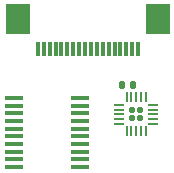
<source format=gbr>
%TF.GenerationSoftware,KiCad,Pcbnew,7.0.9-7.0.9~ubuntu22.04.1*%
%TF.CreationDate,2023-12-30T14:54:31+00:00*%
%TF.ProjectId,COM_MOD,434f4d5f-4d4f-4442-9e6b-696361645f70,1.0*%
%TF.SameCoordinates,Original*%
%TF.FileFunction,Paste,Top*%
%TF.FilePolarity,Positive*%
%FSLAX46Y46*%
G04 Gerber Fmt 4.6, Leading zero omitted, Abs format (unit mm)*
G04 Created by KiCad (PCBNEW 7.0.9-7.0.9~ubuntu22.04.1) date 2023-12-30 14:54:31*
%MOMM*%
%LPD*%
G01*
G04 APERTURE LIST*
G04 Aperture macros list*
%AMRoundRect*
0 Rectangle with rounded corners*
0 $1 Rounding radius*
0 $2 $3 $4 $5 $6 $7 $8 $9 X,Y pos of 4 corners*
0 Add a 4 corners polygon primitive as box body*
4,1,4,$2,$3,$4,$5,$6,$7,$8,$9,$2,$3,0*
0 Add four circle primitives for the rounded corners*
1,1,$1+$1,$2,$3*
1,1,$1+$1,$4,$5*
1,1,$1+$1,$6,$7*
1,1,$1+$1,$8,$9*
0 Add four rect primitives between the rounded corners*
20,1,$1+$1,$2,$3,$4,$5,0*
20,1,$1+$1,$4,$5,$6,$7,0*
20,1,$1+$1,$6,$7,$8,$9,0*
20,1,$1+$1,$8,$9,$2,$3,0*%
G04 Aperture macros list end*
%ADD10RoundRect,0.125000X-0.125000X0.125000X-0.125000X-0.125000X0.125000X-0.125000X0.125000X0.125000X0*%
%ADD11RoundRect,0.050000X-0.050000X0.375000X-0.050000X-0.375000X0.050000X-0.375000X0.050000X0.375000X0*%
%ADD12RoundRect,0.050000X-0.375000X0.050000X-0.375000X-0.050000X0.375000X-0.050000X0.375000X0.050000X0*%
%ADD13RoundRect,0.140000X0.140000X0.170000X-0.140000X0.170000X-0.140000X-0.170000X0.140000X-0.170000X0*%
%ADD14R,0.300000X1.250000*%
%ADD15R,2.000000X2.500000*%
%ADD16R,1.600000X0.300000*%
G04 APERTURE END LIST*
D10*
%TO.C,U1*%
X34420000Y-33360000D03*
X33720000Y-33360000D03*
X34420000Y-34060000D03*
X33720000Y-34060000D03*
D11*
X34870000Y-32260000D03*
X34470000Y-32260000D03*
X34070000Y-32260000D03*
X33670000Y-32260000D03*
X33270000Y-32260000D03*
D12*
X32620000Y-32910000D03*
X32620000Y-33310000D03*
X32620000Y-33710000D03*
X32620000Y-34110000D03*
X32620000Y-34510000D03*
D11*
X33270000Y-35160000D03*
X33670000Y-35160000D03*
X34070000Y-35160000D03*
X34470000Y-35160000D03*
X34870000Y-35160000D03*
D12*
X35520000Y-34510000D03*
X35520000Y-34110000D03*
X35520000Y-33710000D03*
X35520000Y-33310000D03*
X35520000Y-32910000D03*
%TD*%
D13*
%TO.C,C1*%
X33840000Y-31190000D03*
X32880000Y-31190000D03*
%TD*%
D14*
%TO.C,J10*%
X34250001Y-28175000D03*
X33750001Y-28175000D03*
X33250001Y-28175000D03*
X32750001Y-28175000D03*
X32250001Y-28175000D03*
X31750001Y-28175000D03*
X31250001Y-28175000D03*
X30750001Y-28175000D03*
X30250001Y-28175000D03*
X29750001Y-28175000D03*
X29250001Y-28175000D03*
X28750001Y-28175000D03*
X28250001Y-28175000D03*
X27750001Y-28175000D03*
X27250001Y-28175000D03*
X26750001Y-28175000D03*
X26250001Y-28175000D03*
X25750001Y-28175000D03*
D15*
X35940001Y-25600000D03*
X24060001Y-25600000D03*
%TD*%
D16*
%TO.C,U2*%
X23700001Y-32325000D03*
X23700001Y-32975000D03*
X23700001Y-33625000D03*
X23700001Y-34275000D03*
X23700001Y-34925000D03*
X23700001Y-35575000D03*
X23700001Y-36225000D03*
X23700001Y-36875000D03*
X23700001Y-37525000D03*
X23700001Y-38175000D03*
X29300001Y-38175000D03*
X29300001Y-37525000D03*
X29300001Y-36875000D03*
X29300001Y-36225000D03*
X29300001Y-35575000D03*
X29300001Y-34925000D03*
X29300001Y-34275000D03*
X29300001Y-33625000D03*
X29300001Y-32975000D03*
X29300001Y-32325000D03*
%TD*%
M02*

</source>
